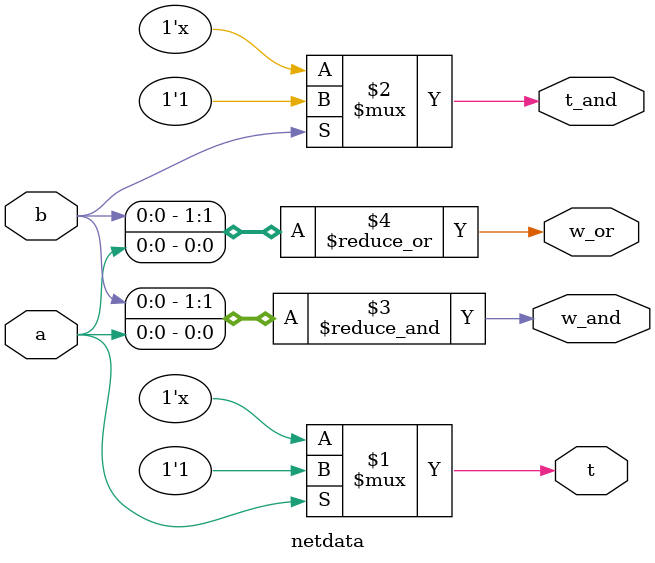
<source format=v>
module netdata(
 input a,
 input b,	 
 output wand w_and,
 output wor w_or,
 output tri t,
 output triand t_and
 );

assign w_and=a;
assign w_and=b;

assign w_or=a;
assign w_or=b;

assign t=(a)?1'b1:1'bz;
assign t_and=(b)?1'b1:1'bz;
endmodule

</source>
